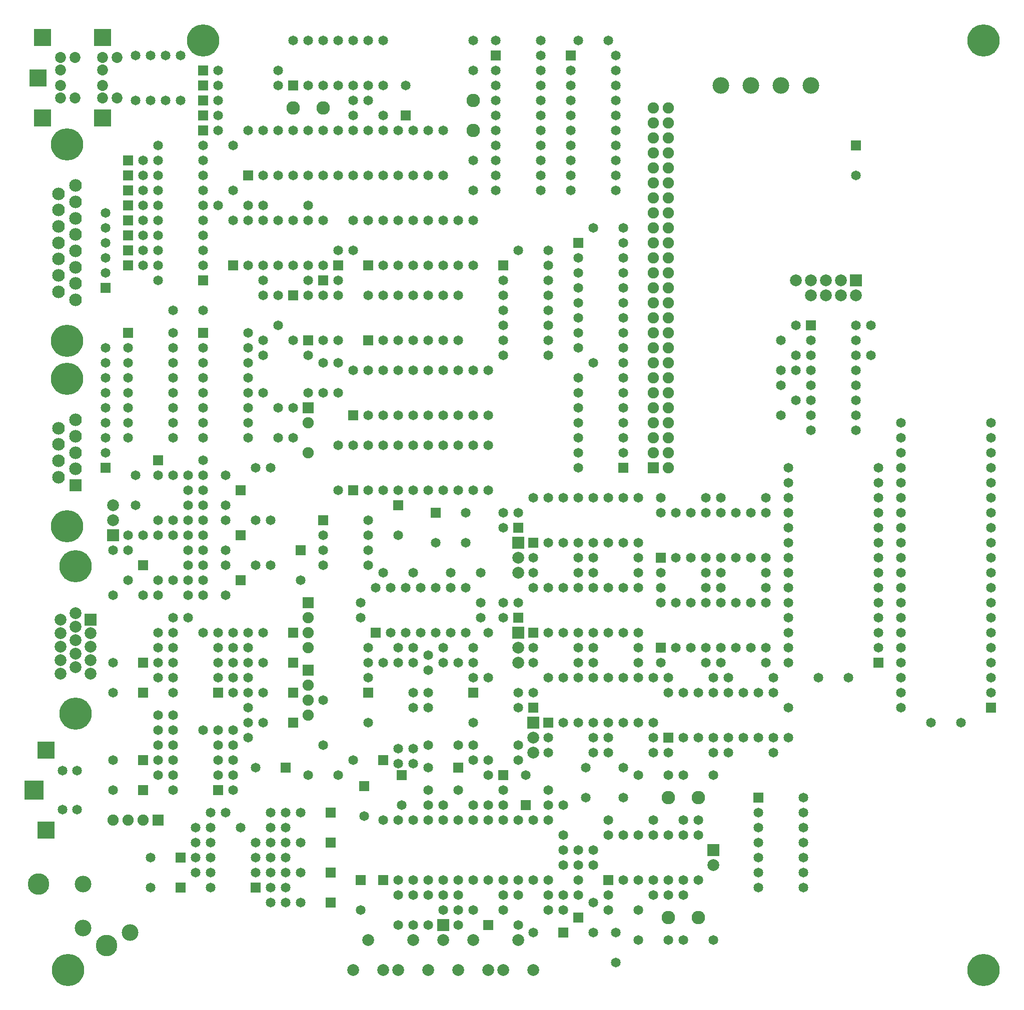
<source format=gts>
G04*
G04  File:            TOPBOARD-V5.3.1.GTS, Thu Oct 23 15:26:27 2025*
G04  Source:          P-CAD 2006 PCB, Version 19.02.958, (D:\PCAD-2006\Projects\Pentagon-4096\Hardware\TopBoard-v5.3.1.PCB)*
G04  Format:          Gerber Format (RS-274-D), ASCII*
G04*
G04  Format Options:  Absolute Positioning*
G04                   Leading-Zero Suppression*
G04                   Scale Factor 1:1*
G04                   NO Circular Interpolation*
G04                   Inch Units*
G04                   Numeric Format: 4.4 (XXXX.XXXX)*
G04                   G54 NOT Used for Aperture Change*
G04                   Apertures Embedded*
G04*
G04  File Options:    Offset = (0.0mil,0.0mil)*
G04                   Drill Symbol Size = 80.0mil*
G04                   No Pad/Via Holes*
G04*
G04  File Contents:   Pads*
G04                   No Vias*
G04                   No Designators*
G04                   No Types*
G04                   No Values*
G04                   No Drill Symbols*
G04                   Top Mask*
G04*
%INTOPBOARD-V5.3.1.GTS*%
%ICAS*%
%MOIN*%
G04*
G04  Aperture MACROs for general use --- invoked via D-code assignment *
G04*
G04  General MACRO for flashed round with rotation and/or offset hole *
%AMROTOFFROUND*
1,1,$1,0.0000,0.0000*
1,0,$2,$3,$4*%
G04*
G04  General MACRO for flashed oval (obround) with rotation and/or offset hole *
%AMROTOFFOVAL*
21,1,$1,$2,0.0000,0.0000,$3*
1,1,$4,$5,$6*
1,1,$4,0-$5,0-$6*
1,0,$7,$8,$9*%
G04*
G04  General MACRO for flashed oval (obround) with rotation and no hole *
%AMROTOVALNOHOLE*
21,1,$1,$2,0.0000,0.0000,$3*
1,1,$4,$5,$6*
1,1,$4,0-$5,0-$6*%
G04*
G04  General MACRO for flashed rectangle with rotation and/or offset hole *
%AMROTOFFRECT*
21,1,$1,$2,0.0000,0.0000,$3*
1,0,$4,$5,$6*%
G04*
G04  General MACRO for flashed rectangle with rotation and no hole *
%AMROTRECTNOHOLE*
21,1,$1,$2,0.0000,0.0000,$3*%
G04*
G04  General MACRO for flashed rounded-rectangle *
%AMROUNDRECT*
21,1,$1,$2-$4,0.0000,0.0000,$3*
21,1,$1-$4,$2,0.0000,0.0000,$3*
1,1,$4,$5,$6*
1,1,$4,$7,$8*
1,1,$4,0-$5,0-$6*
1,1,$4,0-$7,0-$8*
1,0,$9,$10,$11*%
G04*
G04  General MACRO for flashed rounded-rectangle with rotation and no hole *
%AMROUNDRECTNOHOLE*
21,1,$1,$2-$4,0.0000,0.0000,$3*
21,1,$1-$4,$2,0.0000,0.0000,$3*
1,1,$4,$5,$6*
1,1,$4,$7,$8*
1,1,$4,0-$5,0-$6*
1,1,$4,0-$7,0-$8*%
G04*
G04  General MACRO for flashed regular polygon *
%AMREGPOLY*
5,1,$1,0.0000,0.0000,$2,$3+$4*
1,0,$5,$6,$7*%
G04*
G04  General MACRO for flashed regular polygon with no hole *
%AMREGPOLYNOHOLE*
5,1,$1,0.0000,0.0000,$2,$3+$4*%
G04*
G04  General MACRO for target *
%AMTARGET*
6,0,0,$1,$2,$3,4,$4,$5,$6*%
G04*
G04  General MACRO for mounting hole *
%AMMTHOLE*
1,1,$1,0,0*
1,0,$2,0,0*
$1=$1-$2*
$1=$1/2*
21,1,$2+$1,$3,0,0,$4*
21,1,$3,$2+$1,0,0,$4*%
G04*
G04*
G04  D10 : "Ellipse X10.0mil Y10.0mil H0.0mil 0.0deg (0.0mil,0.0mil) Draw"*
G04  Disc: OuterDia=0.0100*
%ADD10C, 0.0100*%
G04  D11 : "Ellipse X15.0mil Y15.0mil H0.0mil 0.0deg (0.0mil,0.0mil) Draw"*
G04  Disc: OuterDia=0.0150*
%ADD11C, 0.0150*%
G04  D12 : "Ellipse X16.0mil Y16.0mil H0.0mil 0.0deg (0.0mil,0.0mil) Draw"*
G04  Disc: OuterDia=0.0160*
%ADD12C, 0.0160*%
G04  D13 : "Ellipse X20.0mil Y20.0mil H0.0mil 0.0deg (0.0mil,0.0mil) Draw"*
G04  Disc: OuterDia=0.0200*
%ADD13C, 0.0200*%
G04  D14 : "Ellipse X25.0mil Y25.0mil H0.0mil 0.0deg (0.0mil,0.0mil) Draw"*
G04  Disc: OuterDia=0.0250*
%ADD14C, 0.0250*%
G04  D15 : "Ellipse X30.0mil Y30.0mil H0.0mil 0.0deg (0.0mil,0.0mil) Draw"*
G04  Disc: OuterDia=0.0300*
%ADD15C, 0.0300*%
G04  D16 : "Ellipse X40.0mil Y40.0mil H0.0mil 0.0deg (0.0mil,0.0mil) Draw"*
G04  Disc: OuterDia=0.0400*
%ADD16C, 0.0400*%
G04  D17 : "Ellipse X5.0mil Y5.0mil H0.0mil 0.0deg (0.0mil,0.0mil) Draw"*
G04  Disc: OuterDia=0.0050*
%ADD17C, 0.0050*%
G04  D18 : "Ellipse X6.0mil Y6.0mil H0.0mil 0.0deg (0.0mil,0.0mil) Draw"*
G04  Disc: OuterDia=0.0060*
%ADD18C, 0.0060*%
G04  D19 : "Ellipse X8.0mil Y8.0mil H0.0mil 0.0deg (0.0mil,0.0mil) Draw"*
G04  Disc: OuterDia=0.0080*
%ADD19C, 0.0080*%
G04  D20 : "Ellipse X9.8mil Y9.8mil H0.0mil 0.0deg (0.0mil,0.0mil) Draw"*
G04  Disc: OuterDia=0.0098*
%ADD20C, 0.0098*%
G04  D21 : "Ellipse X9.8mil Y9.8mil H0.0mil 0.0deg (0.0mil,0.0mil) Draw"*
G04  Disc: OuterDia=0.0098*
%ADD21C, 0.0098*%
G04  D22 : "Ellipse X111.0mil Y111.0mil H0.0mil 0.0deg (0.0mil,0.0mil) Flash"*
G04  Disc: OuterDia=0.1110*
%ADD22C, 0.1110*%
G04  D23 : "Ellipse X128.0mil Y128.0mil H0.0mil 0.0deg (0.0mil,0.0mil) Flash"*
G04  Disc: OuterDia=0.1280*
%ADD23C, 0.1280*%
G04  D24 : "Ellipse X143.0mil Y143.0mil H0.0mil 0.0deg (0.0mil,0.0mil) Flash"*
G04  Disc: OuterDia=0.1430*
%ADD24C, 0.1430*%
G04  D25 : "Ellipse X200.0mil Y200.0mil H0.0mil 0.0deg (0.0mil,0.0mil) Flash"*
G04  Disc: OuterDia=0.2000*
%ADD25C, 0.2000*%
G04  D26 : "Ellipse X215.0mil Y215.0mil H0.0mil 0.0deg (0.0mil,0.0mil) Flash"*
G04  Disc: OuterDia=0.2150*
%ADD26C, 0.2150*%
G04  D27 : "Ellipse X50.0mil Y50.0mil H0.0mil 0.0deg (0.0mil,0.0mil) Flash"*
G04  Disc: OuterDia=0.0500*
%ADD27C, 0.0500*%
G04  D28 : "Ellipse X58.0mil Y58.0mil H0.0mil 0.0deg (0.0mil,0.0mil) Flash"*
G04  Disc: OuterDia=0.0580*
%ADD28C, 0.0580*%
G04  D29 : "Ellipse X60.0mil Y60.0mil H0.0mil 0.0deg (0.0mil,0.0mil) Flash"*
G04  Disc: OuterDia=0.0600*
%ADD29C, 0.0600*%
G04  D30 : "Ellipse X64.0mil Y64.0mil H0.0mil 0.0deg (0.0mil,0.0mil) Flash"*
G04  Disc: OuterDia=0.0640*
%ADD30C, 0.0640*%
G04  D31 : "Ellipse X65.0mil Y65.0mil H0.0mil 0.0deg (0.0mil,0.0mil) Flash"*
G04  Disc: OuterDia=0.0650*
%ADD31C, 0.0650*%
G04  D32 : "Ellipse X69.0mil Y69.0mil H0.0mil 0.0deg (0.0mil,0.0mil) Flash"*
G04  Disc: OuterDia=0.0690*
%ADD32C, 0.0690*%
G04  D33 : "Ellipse X73.0mil Y73.0mil H0.0mil 0.0deg (0.0mil,0.0mil) Flash"*
G04  Disc: OuterDia=0.0730*
%ADD33C, 0.0730*%
G04  D34 : "Ellipse X75.0mil Y75.0mil H0.0mil 0.0deg (0.0mil,0.0mil) Flash"*
G04  Disc: OuterDia=0.0750*
%ADD34C, 0.0750*%
G04  D35 : "Ellipse X79.0mil Y79.0mil H0.0mil 0.0deg (0.0mil,0.0mil) Flash"*
G04  Disc: OuterDia=0.0790*
%ADD35C, 0.0790*%
G04  D36 : "Ellipse X84.0mil Y84.0mil H0.0mil 0.0deg (0.0mil,0.0mil) Flash"*
G04  Disc: OuterDia=0.0840*
%ADD36C, 0.0840*%
G04  D37 : "Ellipse X90.0mil Y90.0mil H0.0mil 0.0deg (0.0mil,0.0mil) Flash"*
G04  Disc: OuterDia=0.0900*
%ADD37C, 0.0900*%
G04  D38 : "Ellipse X96.0mil Y96.0mil H0.0mil 0.0deg (0.0mil,0.0mil) Flash"*
G04  Disc: OuterDia=0.0960*
%ADD38C, 0.0960*%
G04  D39 : "Rectangle X114.0mil Y114.0mil H0.0mil 0.0deg (0.0mil,0.0mil) Flash"*
G04  Square: Side=0.1140, Rotation=0.0, OffsetX=0.0000, OffsetY=0.0000, HoleDia=0.0000*
%ADD39R, 0.1140 X0.1140*%
G04  D40 : "Rectangle X116.0mil Y116.0mil H0.0mil 0.0deg (0.0mil,0.0mil) Flash"*
G04  Square: Side=0.1160, Rotation=0.0, OffsetX=0.0000, OffsetY=0.0000, HoleDia=0.0000*
%ADD40R, 0.1160 X0.1160*%
G04  D41 : "Rectangle X131.0mil Y131.0mil H0.0mil 0.0deg (0.0mil,0.0mil) Flash"*
G04  Square: Side=0.1310, Rotation=0.0, OffsetX=0.0000, OffsetY=0.0000, HoleDia=0.0000*
%ADD41R, 0.1310 X0.1310*%
G04  D42 : "Rectangle X50.0mil Y50.0mil H0.0mil 0.0deg (0.0mil,0.0mil) Flash"*
G04  Square: Side=0.0500, Rotation=0.0, OffsetX=0.0000, OffsetY=0.0000, HoleDia=0.0000*
%ADD42R, 0.0500 X0.0500*%
G04  D43 : "Rectangle X60.0mil Y60.0mil H0.0mil 0.0deg (0.0mil,0.0mil) Flash"*
G04  Square: Side=0.0600, Rotation=0.0, OffsetX=0.0000, OffsetY=0.0000, HoleDia=0.0000*
%ADD43R, 0.0600 X0.0600*%
G04  D44 : "Rectangle X64.0mil Y64.0mil H0.0mil 0.0deg (0.0mil,0.0mil) Flash"*
G04  Square: Side=0.0640, Rotation=0.0, OffsetX=0.0000, OffsetY=0.0000, HoleDia=0.0000*
%ADD44R, 0.0640 X0.0640*%
G04  D45 : "Rectangle X65.0mil Y65.0mil H0.0mil 0.0deg (0.0mil,0.0mil) Flash"*
G04  Square: Side=0.0650, Rotation=0.0, OffsetX=0.0000, OffsetY=0.0000, HoleDia=0.0000*
%ADD45R, 0.0650 X0.0650*%
G04  D46 : "Rectangle X69.0mil Y69.0mil H0.0mil 0.0deg (0.0mil,0.0mil) Flash"*
G04  Square: Side=0.0690, Rotation=0.0, OffsetX=0.0000, OffsetY=0.0000, HoleDia=0.0000*
%ADD46R, 0.0690 X0.0690*%
G04  D47 : "Rectangle X75.0mil Y75.0mil H0.0mil 0.0deg (0.0mil,0.0mil) Flash"*
G04  Square: Side=0.0750, Rotation=0.0, OffsetX=0.0000, OffsetY=0.0000, HoleDia=0.0000*
%ADD47R, 0.0750 X0.0750*%
G04  D48 : "Rectangle X79.0mil Y79.0mil H0.0mil 0.0deg (0.0mil,0.0mil) Flash"*
G04  Square: Side=0.0790, Rotation=0.0, OffsetX=0.0000, OffsetY=0.0000, HoleDia=0.0000*
%ADD48R, 0.0790 X0.0790*%
G04  D49 : "Rectangle X84.0mil Y84.0mil H0.0mil 0.0deg (0.0mil,0.0mil) Flash"*
G04  Square: Side=0.0840, Rotation=0.0, OffsetX=0.0000, OffsetY=0.0000, HoleDia=0.0000*
%ADD49R, 0.0840 X0.0840*%
G04  D50 : "Rectangle X99.0mil Y99.0mil H0.0mil 0.0deg (0.0mil,0.0mil) Flash"*
G04  Square: Side=0.0990, Rotation=0.0, OffsetX=0.0000, OffsetY=0.0000, HoleDia=0.0000*
%ADD50R, 0.0990 X0.0990*%
G04  D51 : "Ellipse X30.0mil Y30.0mil H0.0mil 0.0deg (0.0mil,0.0mil) Flash"*
G04  Disc: OuterDia=0.0300*
%ADD51C, 0.0300*%
G04  D52 : "Ellipse X45.0mil Y45.0mil H0.0mil 0.0deg (0.0mil,0.0mil) Flash"*
G04  Disc: OuterDia=0.0450*
%ADD52C, 0.0450*%
G04*
%FSLAX44Y44*%
%SFA1B1*%
%OFA0.0000B0.0000*%
G04*
G70*
G90*
G01*
D2*
%LNTop Mask*%
D31*
X110000Y175000D3*
Y176000D3*
X108500Y188500D3*
Y186500D3*
X118000Y198500D3*
Y200500D3*
X129500Y182000D3*
X131500D3*
X131000Y209500D3*
Y207500D3*
X151500Y192500D3*
Y194500D3*
Y197500D3*
Y195500D3*
X110000Y171500D3*
Y170500D3*
Y177000D3*
Y178000D3*
X109000Y180500D3*
X110000D3*
Y188500D3*
Y185500D3*
X109500Y216500D3*
Y213500D3*
X108500Y216500D3*
Y213500D3*
X112500Y162000D3*
Y163000D3*
Y164000D3*
Y165000D3*
X111500Y216500D3*
Y213500D3*
X115000Y167500D3*
Y168500D3*
Y174000D3*
Y175000D3*
Y210500D3*
Y207500D3*
X119000Y193000D3*
Y191000D3*
X118000Y193000D3*
Y191000D3*
D45*
X119000Y200500D3*
D31*
Y197500D3*
X121000Y170500D3*
Y173500D3*
X122000Y187500D3*
Y190500D3*
Y200500D3*
Y197500D3*
X121000D3*
Y200500D3*
Y194000D3*
Y196000D3*
X122000Y194000D3*
Y196000D3*
X127000Y158500D3*
Y160500D3*
X128000Y158500D3*
Y160500D3*
X127000Y177000D3*
Y176000D3*
X130000Y158500D3*
Y159500D3*
X130500Y186000D3*
Y184000D3*
D37*
X131000Y211500D3*
Y213500D3*
D31*
X134000Y158500D3*
Y160500D3*
X133000Y167500D3*
Y166500D3*
Y179000D3*
Y180000D3*
X134000Y173000D3*
Y174000D3*
X137000Y164500D3*
Y166500D3*
X136000D3*
Y167500D3*
X137000Y163500D3*
Y162500D3*
X139000Y163500D3*
Y162500D3*
X142000Y178000D3*
Y181000D3*
X143000Y172000D3*
Y175000D3*
X142000Y184000D3*
Y187000D3*
X152000Y171000D3*
Y173000D3*
X157500Y196500D3*
Y198500D3*
X106500Y190000D3*
Y191000D3*
Y193000D3*
Y194000D3*
Y196000D3*
Y197000D3*
D45*
Y189000D3*
D31*
Y192000D3*
Y195000D3*
X107000Y180500D3*
Y183500D3*
X106500Y203000D3*
Y202000D3*
Y205000D3*
Y206000D3*
D45*
Y201000D3*
D31*
Y204000D3*
X110000Y168500D3*
Y169500D3*
Y181500D3*
Y184500D3*
X115000Y169500D3*
Y170500D3*
X131000Y166500D3*
Y169500D3*
Y215500D3*
Y217500D3*
D45*
X109000Y169500D3*
D31*
X107000D3*
X117500Y160000D3*
X118500D3*
X117500Y164000D3*
X118500D3*
X117500Y166000D3*
X118500D3*
X114500D3*
X113500D3*
X111000Y171500D3*
X113000D3*
X116000Y176000D3*
Y175000D3*
X114000Y178000D3*
X115000D3*
X113000D3*
X111000D3*
X112000Y181500D3*
X113000D3*
X112000Y184500D3*
X113000D3*
X112000Y187500D3*
X113000D3*
X120000Y194000D3*
X117000D3*
Y196500D3*
X120000D3*
X111000Y199500D3*
X113000D3*
X117000Y201500D3*
X120000D3*
D45*
X113000Y211500D3*
D31*
X114000D3*
X118000Y215500D3*
Y214500D3*
D45*
X113000D3*
D31*
X114000D3*
D26*
X113000Y217500D3*
D31*
X133000Y160500D3*
X130000D3*
D45*
X123500Y161500D3*
D31*
Y159500D3*
D45*
X125000Y169500D3*
D31*
X123000D3*
X125000Y176000D3*
X126000D3*
X124000Y175000D3*
Y176000D3*
X130000D3*
X129000D3*
X127000Y182000D3*
X125000D3*
X142000Y157500D3*
X144000D3*
X140000Y159500D3*
X142000D3*
X143000Y160500D3*
X140000D3*
X136000D3*
X137000D3*
X143000Y165500D3*
X140000D3*
X142000Y168500D3*
X144000D3*
X143000Y170000D3*
X140000D3*
X139000D3*
X136000D3*
X142000Y176000D3*
X139000D3*
X138000D3*
X135000D3*
X142000Y182000D3*
X139000D3*
X138000D3*
X135000D3*
X141000Y196000D3*
X139000D3*
Y205000D3*
X141000D3*
X138000Y217500D3*
X140000D3*
X148000Y170000D3*
X151000D3*
X148000Y175000D3*
X151000D3*
X147500Y176000D3*
X150500D3*
X156000Y175000D3*
X154000D3*
X147500Y182000D3*
X150500D3*
X147500Y181000D3*
X150500D3*
X147500Y187000D3*
X150500D3*
X163500Y172000D3*
X161500D3*
D26*
X165000Y217500D3*
X104000Y155500D3*
D45*
X109000Y167500D3*
D31*
X107000D3*
D45*
X109000Y174000D3*
D31*
X107000D3*
D45*
X109000Y176000D3*
D31*
X107000D3*
D35*
Y186500D3*
D48*
Y184500D3*
D35*
Y185500D3*
D31*
X117500Y162000D3*
X118500D3*
X117500Y165000D3*
X118500D3*
X115500D3*
X113500D3*
X116500Y163000D3*
Y164000D3*
D45*
Y161000D3*
D31*
X113500Y163000D3*
Y164000D3*
Y161000D3*
X116500Y162000D3*
X113500D3*
X116000Y178000D3*
Y177000D3*
Y174000D3*
Y173000D3*
Y172000D3*
Y171000D3*
X114000Y171500D3*
X115000D3*
Y176000D3*
Y177000D3*
X112000Y179000D3*
X111000D3*
X113000Y180500D3*
X112000D3*
D45*
X119000Y178000D3*
D31*
X117000D3*
D45*
X119000Y176000D3*
D31*
X117000D3*
D45*
X119000Y174000D3*
D31*
X117000D3*
D45*
X119000Y172000D3*
D31*
X117000D3*
X114000Y176000D3*
Y177000D3*
D45*
Y174000D3*
D31*
X111000Y176000D3*
Y177000D3*
Y174000D3*
X114000Y175000D3*
X111000D3*
X114500Y185500D3*
Y183500D3*
D45*
X115500Y184500D3*
D31*
X114500Y188500D3*
Y186500D3*
D45*
X115500Y187500D3*
D31*
X113000Y183500D3*
X112000D3*
Y185500D3*
X113000D3*
Y186500D3*
X112000D3*
Y188500D3*
X113000D3*
X111000D3*
Y185500D3*
X116500Y182500D3*
X117500D3*
X116500Y185500D3*
X117500D3*
X116500Y189000D3*
X117500D3*
D45*
X110000Y189500D3*
D31*
X113000D3*
X117000Y197500D3*
Y200500D3*
D45*
X120000Y197500D3*
D31*
Y200500D3*
X110500Y216500D3*
Y213500D3*
X120000Y206500D3*
X117000D3*
X116000D3*
X114000D3*
D45*
X113000Y212500D3*
D31*
X114000D3*
D45*
X113000Y213500D3*
D31*
X114000D3*
D45*
X113000Y215500D3*
D31*
X114000D3*
D45*
X132000Y158500D3*
D31*
X133000Y159500D3*
X131000D3*
X126000Y158500D3*
Y160500D3*
X128000Y167500D3*
X130000D3*
X132000Y168500D3*
Y166500D3*
D45*
X126250Y168500D3*
D31*
Y166500D3*
D45*
X123750Y167750D3*
D31*
Y165750D3*
X129000Y159500D3*
Y160500D3*
X128000Y166500D3*
X129000D3*
X128000Y174000D3*
Y173000D3*
Y175500D3*
Y176500D3*
X127000Y174000D3*
Y173000D3*
X126000Y177000D3*
X124000D3*
D45*
Y174000D3*
D31*
Y172000D3*
X129000Y177000D3*
X131000D3*
D45*
Y174000D3*
D31*
Y172000D3*
X128000Y170500D3*
X130000D3*
X123500Y179000D3*
Y180000D3*
X126000Y170250D3*
X127000D3*
X132000Y175000D3*
Y178000D3*
X131000Y175000D3*
Y176000D3*
X128500Y178000D3*
X129500D3*
X126500D3*
X125500D3*
X129500Y181000D3*
X128500D3*
X125500D3*
X126500D3*
X127500Y178000D3*
X130500D3*
D45*
X124500D3*
D31*
X130500Y181000D3*
X127500D3*
X124500D3*
D45*
X126000Y186500D3*
D31*
Y184500D3*
D45*
X128500Y186000D3*
D31*
Y184000D3*
X131000Y187500D3*
X132000D3*
X128000D3*
X129000D3*
X125000D3*
X126000D3*
D45*
X123000D3*
D31*
X131000Y190500D3*
X132000D3*
X128000D3*
X129000D3*
X125000D3*
X126000D3*
X123000D3*
X130000Y187500D3*
X127000D3*
X124000D3*
X130000Y190500D3*
X127000D3*
X124000D3*
X128000Y197500D3*
X129000D3*
X126000D3*
X125000D3*
X129000Y200500D3*
X128000D3*
X125000D3*
X126000D3*
X127000Y197500D3*
X130000D3*
D45*
X124000D3*
D31*
X130000Y200500D3*
X127000D3*
X124000D3*
X123000Y213500D3*
X124000D3*
X125000Y212500D3*
X123000D3*
D45*
X126500D3*
D31*
Y214500D3*
D45*
X138000Y159000D3*
D31*
X139000Y158000D3*
Y160000D3*
X141000Y169000D3*
Y167000D3*
X136000Y159500D3*
X137000D3*
X138000Y160500D3*
Y161500D3*
Y162500D3*
Y163500D3*
X143000Y171000D3*
X140000D3*
X139000D3*
X136000D3*
X142000Y177000D3*
X139000D3*
X138000D3*
X135000D3*
D45*
Y173000D3*
D31*
Y174000D3*
X139000Y178000D3*
X140000D3*
X137000D3*
X136000D3*
X140000Y181000D3*
X139000D3*
X136000D3*
X137000D3*
X138000Y178000D3*
X141000D3*
D45*
X135000D3*
D31*
X141000Y181000D3*
X138000D3*
X135000D3*
X140000Y172000D3*
X141000D3*
X138000D3*
X137000D3*
X141000Y175000D3*
X140000D3*
X137000D3*
X138000D3*
X139000Y172000D3*
X142000D3*
D45*
X136000D3*
D31*
X142000Y175000D3*
X139000D3*
X136000D3*
X142000Y183000D3*
X139000D3*
X138000D3*
X135000D3*
X139000Y184000D3*
X140000D3*
X137000D3*
X136000D3*
X140000Y187000D3*
X139000D3*
X136000D3*
X137000D3*
X138000Y184000D3*
X141000D3*
D45*
X135000D3*
D31*
X141000Y187000D3*
X138000D3*
X135000D3*
X134000Y203500D3*
X136000D3*
X138000Y197000D3*
Y200000D3*
Y199000D3*
Y202000D3*
Y203000D3*
X141000Y197000D3*
Y199000D3*
Y200000D3*
Y203000D3*
Y202000D3*
X138000Y201000D3*
Y198000D3*
D45*
Y204000D3*
D31*
X141000Y198000D3*
Y201000D3*
Y204000D3*
X137500Y208500D3*
Y207500D3*
Y211500D3*
Y210500D3*
Y214500D3*
Y213500D3*
D45*
Y216500D3*
D31*
X140500Y208500D3*
Y207500D3*
Y211500D3*
Y210500D3*
Y214500D3*
Y213500D3*
Y216500D3*
X137500Y209500D3*
Y212500D3*
Y215500D3*
X140500Y209500D3*
Y212500D3*
Y215500D3*
X150000Y163000D3*
Y162000D3*
Y165000D3*
Y166000D3*
X153000Y162000D3*
Y163000D3*
Y166000D3*
Y165000D3*
X150000Y164000D3*
Y161000D3*
D45*
Y167000D3*
D31*
X153000Y161000D3*
Y164000D3*
Y167000D3*
D35*
X147000Y162500D3*
D48*
Y163500D3*
D31*
X152500Y196500D3*
Y198500D3*
D26*
X165000Y155500D3*
D36*
X103381Y190544D3*
Y191634D3*
Y188364D3*
Y189454D3*
X104501Y191089D3*
Y192179D3*
Y188909D3*
D49*
Y187819D3*
D36*
Y189999D3*
D26*
X103944Y194912D3*
Y185075D3*
D31*
X103637Y166200D3*
X104587D3*
D41*
X101750Y167500D3*
D31*
X103637Y168800D3*
X104587D3*
D39*
X102537Y170162D3*
Y164837D3*
D35*
X103500Y177950D3*
Y178850D3*
X104500Y179300D3*
Y178400D3*
Y177500D3*
X103500Y175250D3*
Y176150D3*
X104500Y176600D3*
Y175700D3*
X105500Y177950D3*
D48*
Y178850D3*
D35*
Y175250D3*
Y176150D3*
D26*
X104500Y172575D3*
D35*
X103500Y177050D3*
X105500Y177049D3*
D26*
X104500Y182412D3*
D33*
X107279Y216338D3*
X104484D3*
X107279Y213661D3*
X104484D3*
X103500Y216338D3*
Y215511D3*
X106295Y216338D3*
Y215511D3*
X103500Y214488D3*
Y213661D3*
X106295Y214488D3*
Y213661D3*
D39*
X102003Y215000D3*
X102318Y217677D3*
Y212322D3*
X106295Y217677D3*
Y212322D3*
D31*
X114500Y182500D3*
Y180500D3*
D45*
X115500Y181500D3*
D31*
X112000Y182500D3*
X113000D3*
X111000Y184500D3*
Y181500D3*
D45*
X119500Y183500D3*
D31*
Y181500D3*
D45*
X118500Y169000D3*
D31*
X116500D3*
D34*
X120000Y192000D3*
D47*
Y193000D3*
D34*
Y190000D3*
D31*
X113000Y191000D3*
Y194000D3*
Y193000D3*
Y196000D3*
Y197000D3*
X116000Y191000D3*
Y193000D3*
Y194000D3*
Y197000D3*
Y196000D3*
X113000Y195000D3*
Y192000D3*
D45*
Y198000D3*
D31*
X116000Y192000D3*
Y195000D3*
Y198000D3*
X114000Y169500D3*
Y170500D3*
D45*
Y167500D3*
D31*
X111000Y169500D3*
Y170500D3*
Y167500D3*
X114000Y168500D3*
X111000D3*
X113000Y209500D3*
Y210500D3*
Y206500D3*
Y207500D3*
Y203500D3*
Y204500D3*
D45*
Y201500D3*
D31*
X110000Y209500D3*
Y210500D3*
Y206500D3*
Y207500D3*
Y203500D3*
Y204500D3*
Y201500D3*
X113000Y208500D3*
Y205500D3*
Y202500D3*
X110000Y208500D3*
Y205500D3*
Y202500D3*
D35*
X130000Y155500D3*
X132000D3*
X131000Y157500D3*
D31*
X126000Y169250D3*
X127000D3*
D35*
X126000Y155500D3*
X128000D3*
X127000Y157500D3*
X123000Y155500D3*
X125000D3*
X124000Y157500D3*
D31*
X131500Y179000D3*
Y180000D3*
D45*
X130000Y169000D3*
D31*
X128000D3*
X131000Y192500D3*
X132000D3*
X128000D3*
X129000D3*
X125000D3*
X126000D3*
D45*
X123000D3*
D31*
X131000Y195500D3*
X132000D3*
X128000D3*
X129000D3*
X125000D3*
X126000D3*
X123000D3*
X130000Y192500D3*
X127000D3*
X124000D3*
X130000Y195500D3*
X127000D3*
X124000D3*
D35*
X129000Y157500D3*
D48*
Y158500D3*
D31*
X123000Y203500D3*
Y205500D3*
X131000Y202500D3*
X128000D3*
X129000D3*
X126000D3*
X125000D3*
X131000Y205500D3*
X129000D3*
X128000D3*
X125000D3*
X126000D3*
X127000Y202500D3*
X130000D3*
D45*
X124000D3*
D31*
X130000Y205500D3*
X127000D3*
X124000D3*
X138500Y169000D3*
Y167000D3*
X140500Y158000D3*
Y156000D3*
D45*
X137000Y158000D3*
D31*
X135000D3*
X141000Y193000D3*
Y194000D3*
Y191000D3*
Y190000D3*
X138000Y194000D3*
Y193000D3*
Y190000D3*
Y191000D3*
X141000Y192000D3*
Y195000D3*
D45*
Y189000D3*
D31*
X138000Y195000D3*
Y192000D3*
Y189000D3*
X152500Y193500D3*
Y195500D3*
X153500Y191500D3*
Y194500D3*
Y193500D3*
Y196500D3*
Y197500D3*
X156500Y191500D3*
Y193500D3*
Y194500D3*
Y197500D3*
Y196500D3*
X153500Y195500D3*
Y192500D3*
D45*
Y198500D3*
D31*
X156500Y192500D3*
Y195500D3*
Y198500D3*
X165500Y192000D3*
Y189000D3*
Y190000D3*
Y186000D3*
Y187000D3*
Y183000D3*
Y184000D3*
Y180000D3*
Y181000D3*
Y177000D3*
Y178000D3*
Y175000D3*
Y174000D3*
X159500Y192000D3*
Y190000D3*
Y189000D3*
Y187000D3*
Y186000D3*
Y184000D3*
Y183000D3*
Y181000D3*
Y180000D3*
Y177000D3*
Y178000D3*
Y175000D3*
Y174000D3*
X165500Y182000D3*
Y185000D3*
Y188000D3*
Y191000D3*
Y176000D3*
Y179000D3*
D45*
Y173000D3*
D31*
X159500Y191000D3*
Y188000D3*
Y185000D3*
Y182000D3*
Y179000D3*
Y176000D3*
Y173000D3*
D36*
X103379Y205089D3*
Y206179D3*
Y202910D3*
Y201820D3*
X104499Y207814D3*
Y204544D3*
Y205634D3*
X104499Y202365D3*
X104499Y203454D3*
X104499Y200185D3*
X103379Y203999D3*
Y207269D3*
Y200730D3*
X104499Y206724D3*
D26*
X103943Y210547D3*
D36*
X104499Y201275D3*
D26*
X103943Y197440D3*
D31*
X147000Y157500D3*
X145000D3*
X117500Y161000D3*
X118500D3*
X145000Y160500D3*
X144000D3*
X117500Y163000D3*
X118500D3*
D37*
X144000Y167000D3*
X146000D3*
D45*
X133000Y168500D3*
D31*
X134000Y169500D3*
X132000D3*
X147000Y168500D3*
X145000D3*
X144000Y170000D3*
X147000D3*
X111000Y172500D3*
X110000D3*
X144000Y175000D3*
X147000D3*
X143500Y176000D3*
X146500D3*
X143500Y182000D3*
X146500D3*
X143500Y181000D3*
X146500D3*
X108000Y184500D3*
X109000D3*
X143500Y187000D3*
X146500D3*
D45*
X108000Y202500D3*
D31*
X109000D3*
D45*
X108000Y205500D3*
D31*
X109000D3*
D45*
X108000Y208500D3*
D31*
X109000D3*
X132500Y217500D3*
X135500D3*
D37*
X144000Y159000D3*
X146000D3*
D45*
X121500Y166000D3*
D31*
X119500D3*
D45*
X121500Y160000D3*
D31*
X119500D3*
D45*
X121500Y162000D3*
D31*
X119500D3*
D45*
X121500Y164000D3*
D31*
X119500D3*
D45*
X111500Y161000D3*
D31*
X109500D3*
D45*
X111500Y163000D3*
D31*
X109500D3*
D45*
X134500Y166500D3*
D31*
Y168500D3*
D47*
X110000Y165500D3*
D34*
X109000D3*
X107000D3*
X108000D3*
D31*
X146000D3*
X145000D3*
X144000Y161500D3*
X145000D3*
X142000D3*
X141000D3*
X145000Y164500D3*
X144000D3*
X142000D3*
X141000D3*
X143000Y161500D3*
X146000D3*
D45*
X140000D3*
D31*
X146000Y164500D3*
X143000D3*
X140000D3*
X135000Y161500D3*
X134000D3*
X132000D3*
X131000D3*
X129000D3*
X128000D3*
X126000D3*
D45*
X125000D3*
D31*
X135000Y165500D3*
X134000D3*
X132000D3*
X131000D3*
X129000D3*
X128000D3*
X126000D3*
X125000D3*
X136000Y161500D3*
X133000D3*
X130000D3*
X127000D3*
X136000Y165500D3*
X133000D3*
X130000D3*
X127000D3*
D47*
X120000Y180000D3*
D34*
Y179000D3*
Y177000D3*
Y178000D3*
D47*
Y175500D3*
D34*
Y174500D3*
Y172500D3*
Y173500D3*
D31*
X134000Y170500D3*
X131000D3*
D45*
X134000Y179000D3*
D31*
Y180000D3*
D35*
Y176000D3*
D48*
Y178000D3*
D35*
Y177000D3*
D31*
X150500D3*
X148500D3*
X147500D3*
X145500D3*
X144500D3*
X150500Y180000D3*
X148500D3*
X147500D3*
X144500D3*
X145500D3*
X149500Y177000D3*
X146500D3*
D45*
X143500D3*
D31*
X149500Y180000D3*
X143500D3*
X146500D3*
X133000Y185000D3*
Y186000D3*
D45*
X134000Y185000D3*
D31*
Y186000D3*
X150500Y183000D3*
X148500D3*
X147500D3*
X145500D3*
X144500D3*
X150500Y186000D3*
X148500D3*
X147500D3*
X144500D3*
X145500D3*
X149500Y183000D3*
X146500D3*
D45*
X143500D3*
D31*
X149500Y186000D3*
X143500D3*
X146500D3*
X121000Y183500D3*
Y182500D3*
D45*
Y185500D3*
D31*
X124000Y183500D3*
Y182500D3*
Y185500D3*
X121000Y184500D3*
X124000D3*
D45*
X108000Y203500D3*
D31*
X109000D3*
D45*
X108000Y204500D3*
D31*
X109000D3*
D45*
X121000Y201500D3*
D31*
X122000D3*
X133000Y198500D3*
Y197500D3*
Y200500D3*
Y201500D3*
X136000Y197500D3*
Y198500D3*
Y201500D3*
Y200500D3*
X133000Y199500D3*
Y196500D3*
D45*
Y202500D3*
D31*
X136000Y196500D3*
Y199500D3*
Y202500D3*
D37*
X119000Y213000D3*
X121000D3*
D45*
X108000Y207500D3*
D31*
X109000D3*
D45*
X108000Y209500D3*
D31*
X109000D3*
D45*
X108000Y206500D3*
D31*
X109000D3*
X129000Y208500D3*
Y211500D3*
X127000Y208500D3*
X126000D3*
X127000Y211500D3*
X126000D3*
X124000Y208500D3*
X123000D3*
X124000Y211500D3*
X123000D3*
X121000Y208500D3*
X120000D3*
Y211500D3*
X121000D3*
X118000Y208500D3*
X117000D3*
X118000Y211500D3*
X117000D3*
X128000Y208500D3*
X125000D3*
X122000D3*
X128000Y211500D3*
X125000D3*
X122000D3*
X119000Y208500D3*
D45*
X116000D3*
D31*
X119000Y211500D3*
X116000D3*
X132500Y208500D3*
Y207500D3*
Y211500D3*
Y210500D3*
Y214500D3*
Y213500D3*
D45*
Y216500D3*
D31*
X135500Y208500D3*
Y207500D3*
Y211500D3*
Y210500D3*
Y214500D3*
Y213500D3*
Y216500D3*
X132500Y209500D3*
Y212500D3*
Y215500D3*
X135500Y209500D3*
Y212500D3*
Y215500D3*
D35*
X155500Y201500D3*
X156500Y200500D3*
X155500D3*
D48*
X156500Y201500D3*
D35*
X153500D3*
X152500D3*
X153500Y200500D3*
X154500Y201500D3*
Y200500D3*
D45*
X156500Y210500D3*
D31*
Y208500D3*
X108000Y183500D3*
Y181500D3*
D45*
X109000Y182500D3*
D31*
X122000Y168500D3*
X120000D3*
D35*
X133000Y155500D3*
X135000D3*
X134000Y157500D3*
Y182000D3*
D48*
Y184000D3*
D35*
Y183000D3*
X135000Y170000D3*
D48*
Y172000D3*
D35*
Y171000D3*
D31*
X108000Y191000D3*
Y194000D3*
Y193000D3*
Y196000D3*
Y197000D3*
X111000Y191000D3*
Y193000D3*
Y194000D3*
Y197000D3*
Y196000D3*
X108000Y195000D3*
Y192000D3*
D45*
Y198000D3*
D31*
X111000Y192000D3*
Y195000D3*
Y198000D3*
D45*
X122000Y202500D3*
D31*
Y203500D3*
X123000Y214500D3*
X124000D3*
X121000D3*
X120000D3*
X124000Y217500D3*
X123000D3*
X120000D3*
X121000D3*
X122000Y214500D3*
X125000D3*
D45*
X119000D3*
D31*
X125000Y217500D3*
X122000D3*
X119000D3*
Y202500D3*
X120000D3*
X117000D3*
X116000D3*
X120000Y205500D3*
X119000D3*
X116000D3*
X117000D3*
X118000Y202500D3*
X121000D3*
D45*
X115000D3*
D31*
X121000Y205500D3*
X118000D3*
X115000D3*
X158000Y189000D3*
Y187000D3*
Y186000D3*
Y184000D3*
Y183000D3*
Y181000D3*
Y180000D3*
Y178000D3*
Y177000D3*
X152000Y189000D3*
Y187000D3*
Y186000D3*
Y184000D3*
Y183000D3*
Y180000D3*
Y181000D3*
Y178000D3*
Y177000D3*
X158000Y188000D3*
Y185000D3*
Y182000D3*
Y179000D3*
D45*
Y176000D3*
D31*
X152000Y188000D3*
Y185000D3*
Y182000D3*
Y179000D3*
Y176000D3*
D34*
X144000Y212000D3*
Y213000D3*
Y209000D3*
Y210000D3*
Y206000D3*
Y207000D3*
Y203000D3*
Y204000D3*
Y200000D3*
Y201000D3*
Y197000D3*
Y198000D3*
Y194000D3*
Y195000D3*
Y191000D3*
Y192000D3*
Y189000D3*
Y211000D3*
Y208000D3*
Y205000D3*
Y202000D3*
Y199000D3*
Y196000D3*
Y193000D3*
Y190000D3*
X143000Y212000D3*
Y213000D3*
Y209000D3*
Y210000D3*
Y206000D3*
Y207000D3*
Y203000D3*
Y204000D3*
Y200000D3*
Y201000D3*
Y197000D3*
Y198000D3*
Y194000D3*
Y195000D3*
Y191000D3*
Y192000D3*
D47*
Y189000D3*
D34*
Y211000D3*
Y208000D3*
Y205000D3*
Y202000D3*
Y199000D3*
Y196000D3*
Y193000D3*
Y190000D3*
D31*
X151000Y171000D3*
X149000D3*
X148000D3*
X146000D3*
X145000D3*
X151000Y174000D3*
X149000D3*
X148000D3*
X145000D3*
X146000D3*
X150000Y171000D3*
X147000D3*
D45*
X144000D3*
D31*
X150000Y174000D3*
X144000D3*
X147000D3*
D22*
X105000Y161226D3*
D24*
X102047D3*
D22*
X108149Y157978D3*
X105000Y158273D3*
D24*
X106574Y157112D3*
D22*
X149500Y214500D3*
X151500D3*
X147500D3*
X153500D3*
D02M02*

</source>
